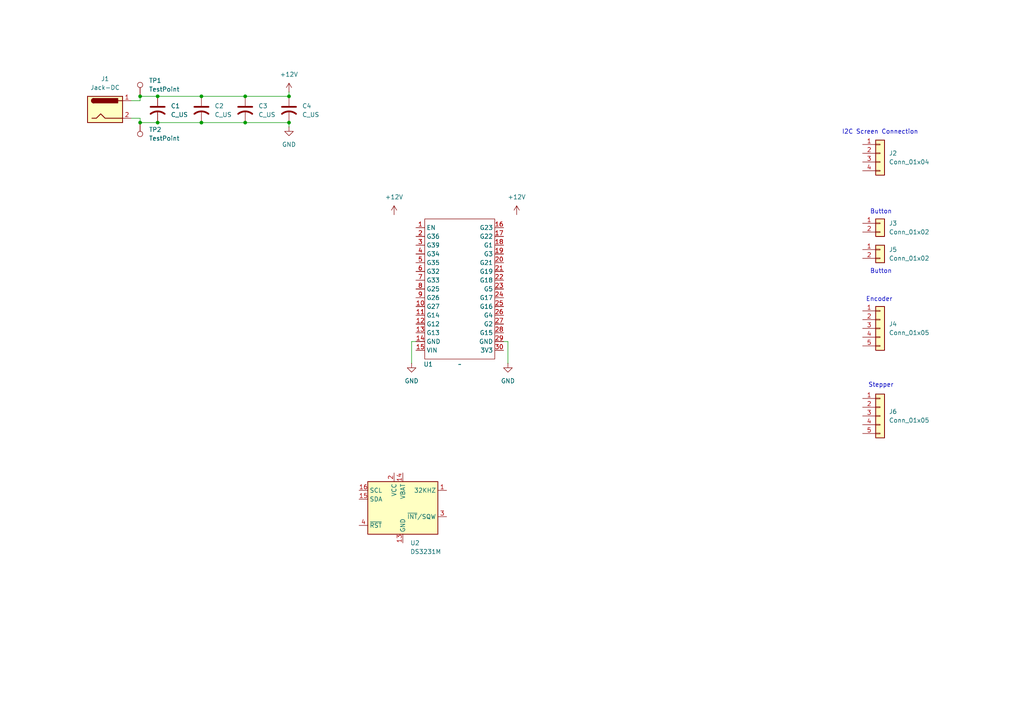
<source format=kicad_sch>
(kicad_sch (version 20250114) (generator "eeschema") (generator_version "9.0")
  (paper "A4")
  (lib_symbols
    (symbol "Connector:Jack-DC" (pin_names (offset 1.016))
      (property "Reference" "J" (at 0 5.334 0))
      (property "Value" "Jack-DC" (at 0 -5.08 0))
      (symbol "Jack-DC_0_1"
        (rectangle (start -5.08 3.81) (end 5.08 -3.81) (stroke (width 0.254)) (fill (type background)))
        (polyline (pts (xy -3.81 -2.54) (xy -2.54 -2.54) (xy -1.27 -1.27) (xy 0 -2.54) (xy 2.54 -2.54) (xy 5.08 -2.54)) (stroke (width 0.254)))
        (arc (start -3.302 1.905) (mid -3.9343 2.54) (end -3.302 3.175) (stroke (width 0.254)))
        (arc (start -3.302 1.905) (mid -3.9343 2.54) (end -3.302 3.175) (stroke (width 0.254)) (fill (type outline)))
        (rectangle (start 3.683 3.175) (end -3.302 1.905) (stroke (width 0.254)) (fill (type outline)))
        (polyline (pts (xy 5.08 2.54) (xy 3.81 2.54)) (stroke (width 0.254)))
      )
      (symbol "Jack-DC_1_1"
        (pin passive line (at 7.62 2.54 180) (length 2.54) (name "~") (number "1"))
        (pin passive line (at 7.62 -2.54 180) (length 2.54) (name "~") (number "2"))
      )
    )
    (symbol "Connector:TestPoint" (pin_numbers (hide yes)) (pin_names (offset 0.762) (hide yes))
      (property "Reference" "TP" (at 0 6.858 0))
      (property "Value" "TestPoint" (at 0 5.08 0))
      (symbol "TestPoint_0_1"
        (circle (center 0 3.302) (radius 0.762))
      )
      (symbol "TestPoint_1_1"
        (pin passive line (at 0 0 90) (length 2.54) (name "1") (number "1"))
      )
    )
    (symbol "Connector_Generic:Conn_01x02" (pin_names (offset 1.016) (hide yes))
      (property "Reference" "J" (at 0 2.54 0))
      (property "Value" "Conn_01x02" (at 0 -5.08 0))
      (symbol "Conn_01x02_1_1"
        (rectangle (start -1.27 1.27) (end 1.27 -3.81) (stroke (width 0.254)) (fill (type background)))
        (rectangle (start -1.27 0.127) (end 0 -0.127) (stroke (width 0.1524)))
        (rectangle (start -1.27 -2.413) (end 0 -2.667) (stroke (width 0.1524)))
        (pin passive line (at -5.08 0 0) (length 3.81) (name "Pin_1") (number "1"))
        (pin passive line (at -5.08 -2.54 0) (length 3.81) (name "Pin_2") (number "2"))
      )
    )
    (symbol "Connector_Generic:Conn_01x04" (pin_names (offset 1.016) (hide yes))
      (property "Reference" "J" (at 0 5.08 0))
      (property "Value" "Conn_01x04" (at 0 -7.62 0))
      (symbol "Conn_01x04_1_1"
        (rectangle (start -1.27 3.81) (end 1.27 -6.35) (stroke (width 0.254)) (fill (type background)))
        (rectangle (start -1.27 2.667) (end 0 2.413) (stroke (width 0.1524)))
        (rectangle (start -1.27 0.127) (end 0 -0.127) (stroke (width 0.1524)))
        (rectangle (start -1.27 -2.413) (end 0 -2.667) (stroke (width 0.1524)))
        (rectangle (start -1.27 -4.953) (end 0 -5.207) (stroke (width 0.1524)))
        (pin passive line (at -5.08 2.54 0) (length 3.81) (name "Pin_1") (number "1"))
        (pin passive line (at -5.08 0 0) (length 3.81) (name "Pin_2") (number "2"))
        (pin passive line (at -5.08 -2.54 0) (length 3.81) (name "Pin_3") (number "3"))
        (pin passive line (at -5.08 -5.08 0) (length 3.81) (name "Pin_4") (number "4"))
      )
    )
    (symbol "Connector_Generic:Conn_01x05" (pin_names (offset 1.016) (hide yes))
      (property "Reference" "J" (at 0 7.62 0))
      (property "Value" "Conn_01x05" (at 0 -7.62 0))
      (symbol "Conn_01x05_1_1"
        (rectangle (start -1.27 6.35) (end 1.27 -6.35) (stroke (width 0.254)) (fill (type background)))
        (rectangle (start -1.27 5.207) (end 0 4.953) (stroke (width 0.1524)))
        (rectangle (start -1.27 2.667) (end 0 2.413) (stroke (width 0.1524)))
        (rectangle (start -1.27 0.127) (end 0 -0.127) (stroke (width 0.1524)))
        (rectangle (start -1.27 -2.413) (end 0 -2.667) (stroke (width 0.1524)))
        (rectangle (start -1.27 -4.953) (end 0 -5.207) (stroke (width 0.1524)))
        (pin passive line (at -5.08 5.08 0) (length 3.81) (name "Pin_1") (number "1"))
        (pin passive line (at -5.08 2.54 0) (length 3.81) (name "Pin_2") (number "2"))
        (pin passive line (at -5.08 0 0) (length 3.81) (name "Pin_3") (number "3"))
        (pin passive line (at -5.08 -2.54 0) (length 3.81) (name "Pin_4") (number "4"))
        (pin passive line (at -5.08 -5.08 0) (length 3.81) (name "Pin_5") (number "5"))
      )
    )
    (symbol "Device:C_US" (pin_numbers (hide yes)) (pin_names (offset 0.254) (hide yes))
      (property "Reference" "C" (at 0.635 2.54 0))
      (property "Value" "C_US" (at 0.635 -2.54 0))
      (symbol "C_US_0_1"
        (polyline (pts (xy -2.032 0.762) (xy 2.032 0.762)) (stroke (width 0.508)))
        (arc (start -2.032 -1.27) (mid 0 -0.5572) (end 2.032 -1.27) (stroke (width 0.508)))
      )
      (symbol "C_US_1_1"
        (pin passive line (at 0 3.81 270) (length 2.794) (name "~") (number "1"))
        (pin passive line (at 0 -3.81 90) (length 3.302) (name "~") (number "2"))
      )
    )
    (symbol "MicroControllers:ESP32-DEVKIT-V1-30PIN"
      (property "Reference" "U" (at 3.81 41.91 0))
      (symbol "ESP32-DEVKIT-V1-30PIN_0_1"
        (rectangle (start 2.54 40.64) (end 22.86 0))
      )
      (symbol "ESP32-DEVKIT-V1-30PIN_1_1"
        (pin output line (at 0 38.1 0) (length 2.54) (name "EN") (number "1"))
        (pin input line (at 0 35.56 0) (length 2.54) (name "G36") (number "2"))
        (pin input line (at 0 33.02 0) (length 2.54) (name "G39") (number "3"))
        (pin input line (at 0 30.48 0) (length 2.54) (name "G34") (number "4"))
        (pin input line (at 0 27.94 0) (length 2.54) (name "G35") (number "5"))
        (pin bidirectional line (at 0 25.4 0) (length 2.54) (name "G32") (number "6"))
        (pin bidirectional line (at 0 22.86 0) (length 2.54) (name "G33") (number "7"))
        (pin bidirectional line (at 0 20.32 0) (length 2.54) (name "G25") (number "8"))
        (pin bidirectional line (at 0 17.78 0) (length 2.54) (name "G26") (number "9"))
        (pin bidirectional line (at 0 15.24 0) (length 2.54) (name "G27") (number "10"))
        (pin bidirectional line (at 0 12.7 0) (length 2.54) (name "G14") (number "11"))
        (pin bidirectional line (at 0 10.16 0) (length 2.54) (name "G12") (number "12"))
        (pin bidirectional line (at 0 7.62 0) (length 2.54) (name "G13") (number "13"))
        (pin power_in line (at 0 5.08 0) (length 2.54) (name "GND") (number "14"))
        (pin power_in line (at 0 2.54 0) (length 2.54) (name "VIN") (number "15"))
        (pin bidirectional line (at 25.4 38.1 180) (length 2.54) (name "G23") (number "16"))
        (pin bidirectional line (at 25.4 35.56 180) (length 2.54) (name "G22") (number "17"))
        (pin bidirectional line (at 25.4 33.02 180) (length 2.54) (name "G1") (number "18"))
        (pin bidirectional line (at 25.4 30.48 180) (length 2.54) (name "G3") (number "19"))
        (pin bidirectional line (at 25.4 27.94 180) (length 2.54) (name "G21") (number "20"))
        (pin bidirectional line (at 25.4 25.4 180) (length 2.54) (name "G19") (number "21"))
        (pin bidirectional line (at 25.4 22.86 180) (length 2.54) (name "G18") (number "22"))
        (pin bidirectional line (at 25.4 20.32 180) (length 2.54) (name "G5") (number "23"))
        (pin bidirectional line (at 25.4 17.78 180) (length 2.54) (name "G17") (number "24"))
        (pin bidirectional line (at 25.4 15.24 180) (length 2.54) (name "G16") (number "25"))
        (pin bidirectional line (at 25.4 12.7 180) (length 2.54) (name "G4") (number "26"))
        (pin bidirectional line (at 25.4 10.16 180) (length 2.54) (name "G2") (number "27"))
        (pin bidirectional line (at 25.4 7.62 180) (length 2.54) (name "G15") (number "28"))
        (pin power_in line (at 25.4 5.08 180) (length 2.54) (name "GND") (number "29"))
        (pin power_out line (at 25.4 2.54 180) (length 2.54) (name "3V3") (number "30"))
      )
    )
    (symbol "Timer_RTC:DS3231M"
      (property "Reference" "U" (at -7.62 8.89 0))
      (property "Value" "DS3231M" (at 10.16 8.89 0))
      (symbol "DS3231M_0_1"
        (rectangle (start -10.16 7.62) (end 10.16 -7.62) (stroke (width 0.254)) (fill (type background)))
      )
      (symbol "DS3231M_1_1"
        (pin input line (at -12.7 5.08 0) (length 2.54) (name "SCL") (number "16"))
        (pin bidirectional line (at -12.7 2.54 0) (length 2.54) (name "SDA") (number "15"))
        (pin bidirectional line (at -12.7 -5.08 0) (length 2.54) (name "~{RST}") (number "4"))
        (pin power_in line (at -2.54 10.16 270) (length 2.54) (name "VCC") (number "2"))
        (pin power_in line (at 0 10.16 270) (length 2.54) (name "VBAT") (number "14"))
        (pin passive line (at 0 -10.16 90) (length 2.54) (hide yes) (name "GND") (number "10"))
        (pin passive line (at 0 -10.16 90) (length 2.54) (hide yes) (name "GND") (number "11"))
        (pin passive line (at 0 -10.16 90) (length 2.54) (hide yes) (name "GND") (number "12"))
        (pin power_in line (at 0 -10.16 90) (length 2.54) (name "GND") (number "13"))
        (pin passive line (at 0 -10.16 90) (length 2.54) (hide yes) (name "GND") (number "5"))
        (pin passive line (at 0 -10.16 90) (length 2.54) (hide yes) (name "GND") (number "6"))
        (pin passive line (at 0 -10.16 90) (length 2.54) (hide yes) (name "GND") (number "7"))
        (pin passive line (at 0 -10.16 90) (length 2.54) (hide yes) (name "GND") (number "8"))
        (pin passive line (at 0 -10.16 90) (length 2.54) (hide yes) (name "GND") (number "9"))
        (pin open_collector line (at 12.7 5.08 180) (length 2.54) (name "32KHZ") (number "1"))
        (pin open_collector line (at 12.7 -2.54 180) (length 2.54) (name "~{INT}/SQW") (number "3"))
      )
    )
    (symbol "power:+12V" (power) (pin_numbers (hide yes)) (pin_names (offset 0) (hide yes))
      (property "Value" "+12V" (at 0 3.556 0))
      (symbol "+12V_0_1"
        (polyline (pts (xy -0.762 1.27) (xy 0 2.54)))
        (polyline (pts (xy 0 2.54) (xy 0.762 1.27)))
        (polyline (pts (xy 0 0) (xy 0 2.54)))
      )
      (symbol "+12V_1_1"
        (pin power_in line (at 0 0 90) (length 0) (name "~") (number "1"))
      )
    )
    (symbol "power:GND" (power) (pin_numbers (hide yes)) (pin_names (offset 0) (hide yes))
      (property "Value" "GND" (at 0 -3.81 0))
      (symbol "GND_0_1"
        (polyline (pts (xy 0 0) (xy 0 -1.27) (xy 1.27 -1.27) (xy 0 -2.54) (xy -1.27 -1.27) (xy 0 -1.27)))
      )
      (symbol "GND_1_1"
        (pin power_in line (at 0 0 270) (length 0) (name "~") (number "1"))
      )
    )
  )
  (text "Button\n" (at 255.524 61.468 0) (effects (font (size 1.27 1.27))))
  (text "I2C Screen Connection" (at 255.27 38.354 0) (effects (font (size 1.27 1.27))))
  (text "Encoder" (at 255.016 86.868 0) (effects (font (size 1.27 1.27))))
  (text "Button\n" (at 255.524 78.74 0) (effects (font (size 1.27 1.27))))
  (text "Stepper" (at 255.524 111.76 0) (effects (font (size 1.27 1.27))))
  (junction (at 45.72 27.94))
  (junction (at 83.82 35.56))
  (junction (at 58.42 35.56))
  (junction (at 40.64 35.56))
  (junction (at 45.72 35.56))
  (junction (at 58.42 27.94))
  (junction (at 40.64 27.94))
  (junction (at 83.82 27.94))
  (junction (at 71.12 35.56))
  (junction (at 71.12 27.94))
  (wire (pts (xy 147.32 99.06) (xy 146.05 99.06)))
  (wire (pts (xy 38.1 29.21) (xy 40.64 29.21)))
  (wire (pts (xy 58.42 35.56) (xy 71.12 35.56)))
  (wire (pts (xy 71.12 27.94) (xy 83.82 27.94)))
  (wire (pts (xy 119.38 105.41) (xy 119.38 99.06)))
  (wire (pts (xy 40.64 35.56) (xy 45.72 35.56)))
  (wire (pts (xy 83.82 35.56) (xy 83.82 36.83)))
  (wire (pts (xy 119.38 99.06) (xy 120.65 99.06)))
  (wire (pts (xy 40.64 34.29) (xy 40.64 35.56)))
  (wire (pts (xy 45.72 35.56) (xy 58.42 35.56)))
  (wire (pts (xy 40.64 27.94) (xy 45.72 27.94)))
  (wire (pts (xy 45.72 27.94) (xy 58.42 27.94)))
  (wire (pts (xy 38.1 34.29) (xy 40.64 34.29)))
  (wire (pts (xy 58.42 27.94) (xy 71.12 27.94)))
  (wire (pts (xy 147.32 105.41) (xy 147.32 99.06)))
  (wire (pts (xy 40.64 29.21) (xy 40.64 27.94)))
  (wire (pts (xy 71.12 35.56) (xy 83.82 35.56)))
  (wire (pts (xy 83.82 26.67) (xy 83.82 27.94)))
  (symbol (lib_id "Connector_Generic:Conn_01x05") (at 255.27 120.65 0) (unit 1)
    (property "Reference" "J6" (at 257.81 119.3799 0) (effects (justify left)))
    (property "Value" "Conn_01x05" (at 257.81 121.9199 0) (effects (justify left)))
    (property "Description" "Generic connector, single row, 01x05, script generated (kicad-library-utils/schlib/autogen/connector/)" (effects (hide yes)))
  )
  (symbol (lib_id "Connector:TestPoint") (at 40.64 27.94 0) (unit 1)
    (property "Reference" "TP1" (at 43.18 23.3679 0) (effects (justify left)))
    (property "Value" "TestPoint" (at 43.18 25.9079 0) (effects (justify left)))
    (property "Description" "test point" (effects (hide yes)))
  )
  (symbol (lib_id "power:GND") (at 83.82 36.83 0) (unit 1)
    (property "Reference" "#PWR01" (effects (hide yes)))
    (property "Value" "GND" (at 83.82 41.91 0))
    (property "Description" "Power symbol creates a global label with name \"GND\" , ground" (effects (hide yes)))
  )
  (symbol (lib_id "Connector_Generic:Conn_01x05") (at 255.27 95.25 0) (unit 1)
    (property "Reference" "J4" (at 257.81 93.9799 0) (effects (justify left)))
    (property "Value" "Conn_01x05" (at 257.81 96.5199 0) (effects (justify left)))
    (property "Description" "Generic connector, single row, 01x05, script generated (kicad-library-utils/schlib/autogen/connector/)" (effects (hide yes)))
  )
  (symbol (lib_id "power:GND") (at 147.32 105.41 0) (unit 1)
    (property "Reference" "#PWR05" (effects (hide yes)))
    (property "Value" "GND" (at 147.32 110.49 0))
    (property "Description" "Power symbol creates a global label with name \"GND\" , ground" (effects (hide yes)))
  )
  (symbol (lib_id "Device:C_US") (at 83.82 31.75 0) (unit 1)
    (property "Reference" "C4" (at 87.63 30.7339 0) (effects (justify left)))
    (property "Value" "C_US" (at 87.63 33.2739 0) (effects (justify left)))
    (property "Description" "capacitor, US symbol" (effects (hide yes)))
  )
  (symbol (lib_id "Timer_RTC:DS3231M") (at 116.84 147.32 0) (unit 1)
    (property "Reference" "U2" (at 118.9833 157.48 0) (effects (justify left)))
    (property "Value" "DS3231M" (at 118.9833 160.02 0) (effects (justify left)))
    (property "Footprint" "Package_SO:SOIC-16W_7.5x10.3mm_P1.27mm" (effects (hide yes)))
    (property "Datasheet" "http://datasheets.maximintegrated.com/en/ds/DS3231.pdf" (effects (hide yes)))
    (property "Description" "Extremely Accurate I2C-Integrated RTC/TCXO/Crystal SOIC-16" (effects (hide yes)))
  )
  (symbol (lib_id "power:+12V") (at 83.82 26.67 0) (unit 1)
    (property "Reference" "#PWR02" (effects (hide yes)))
    (property "Value" "+12V" (at 83.82 21.59 0))
    (property "Description" "Power symbol creates a global label with name \"+12V\"" (effects (hide yes)))
  )
  (symbol (lib_id "Device:C_US") (at 45.72 31.75 0) (unit 1)
    (property "Reference" "C1" (at 49.53 30.7339 0) (effects (justify left)))
    (property "Value" "C_US" (at 49.53 33.2739 0) (effects (justify left)))
    (property "Description" "capacitor, US symbol" (effects (hide yes)))
  )
  (symbol (lib_id "Device:C_US") (at 58.42 31.75 0) (unit 1)
    (property "Reference" "C2" (at 62.23 30.7339 0) (effects (justify left)))
    (property "Value" "C_US" (at 62.23 33.2739 0) (effects (justify left)))
    (property "Description" "capacitor, US symbol" (effects (hide yes)))
  )
  (symbol (lib_id "Connector_Generic:Conn_01x04") (at 255.27 44.45 0) (unit 1)
    (property "Reference" "J2" (at 257.81 44.4499 0) (effects (justify left)))
    (property "Value" "Conn_01x04" (at 257.81 46.9899 0) (effects (justify left)))
    (property "Description" "Generic connector, single row, 01x04, script generated (kicad-library-utils/schlib/autogen/connector/)" (effects (hide yes)))
  )
  (symbol (lib_id "MicroControllers:ESP32-DEVKIT-V1-30PIN") (at 120.65 104.14 0) (unit 1)
    (property "Reference" "U1" (at 124.206 105.664 0))
    (property "Value" "~" (at 133.35 105.664 0))
    (property "Footprint" "MicroControllers:MODULE_ESP32_DEVKIT_V1" (effects (hide yes)))
  )
  (symbol (lib_id "Connector:TestPoint") (at 40.64 35.56 180) (unit 1)
    (property "Reference" "TP2" (at 43.18 37.5919 0) (effects (justify right)))
    (property "Value" "TestPoint" (at 43.18 40.1319 0) (effects (justify right)))
    (property "Description" "test point" (effects (hide yes)))
  )
  (symbol (lib_id "power:+12V") (at 149.86 62.23 0) (unit 1)
    (property "Reference" "#PWR04" (effects (hide yes)))
    (property "Value" "+12V" (at 149.86 57.15 0))
    (property "Description" "Power symbol creates a global label with name \"+12V\"" (effects (hide yes)))
  )
  (symbol (lib_id "power:GND") (at 119.38 105.41 0) (unit 1)
    (property "Reference" "#PWR06" (effects (hide yes)))
    (property "Value" "GND" (at 119.38 110.49 0))
    (property "Description" "Power symbol creates a global label with name \"GND\" , ground" (effects (hide yes)))
  )
  (symbol (lib_id "Connector_Generic:Conn_01x02") (at 255.27 72.39 0) (unit 1)
    (property "Reference" "J5" (at 257.81 72.3899 0) (effects (justify left)))
    (property "Value" "Conn_01x02" (at 257.81 74.9299 0) (effects (justify left)))
    (property "Description" "Generic connector, single row, 01x02, script generated (kicad-library-utils/schlib/autogen/connector/)" (effects (hide yes)))
  )
  (symbol (lib_id "Device:C_US") (at 71.12 31.75 0) (unit 1)
    (property "Reference" "C3" (at 74.93 30.7339 0) (effects (justify left)))
    (property "Value" "C_US" (at 74.93 33.2739 0) (effects (justify left)))
    (property "Description" "capacitor, US symbol" (effects (hide yes)))
  )
  (symbol (lib_id "Connector_Generic:Conn_01x02") (at 255.27 64.77 0) (unit 1)
    (property "Reference" "J3" (at 257.81 64.7699 0) (effects (justify left)))
    (property "Value" "Conn_01x02" (at 257.81 67.3099 0) (effects (justify left)))
    (property "Description" "Generic connector, single row, 01x02, script generated (kicad-library-utils/schlib/autogen/connector/)" (effects (hide yes)))
  )
  (symbol (lib_id "Connector:Jack-DC") (at 30.48 31.75 0) (unit 1)
    (property "Reference" "J1" (at 30.48 22.86 0))
    (property "Value" "Jack-DC" (at 30.48 25.4 0))
    (property "Description" "DC Barrel Jack" (effects (hide yes)))
  )
  (symbol (lib_id "power:+12V") (at 114.3 62.23 0) (unit 1)
    (property "Reference" "#PWR03" (effects (hide yes)))
    (property "Value" "+12V" (at 114.3 57.15 0))
    (property "Description" "Power symbol creates a global label with name \"+12V\"" (effects (hide yes)))
  )
)
</source>
